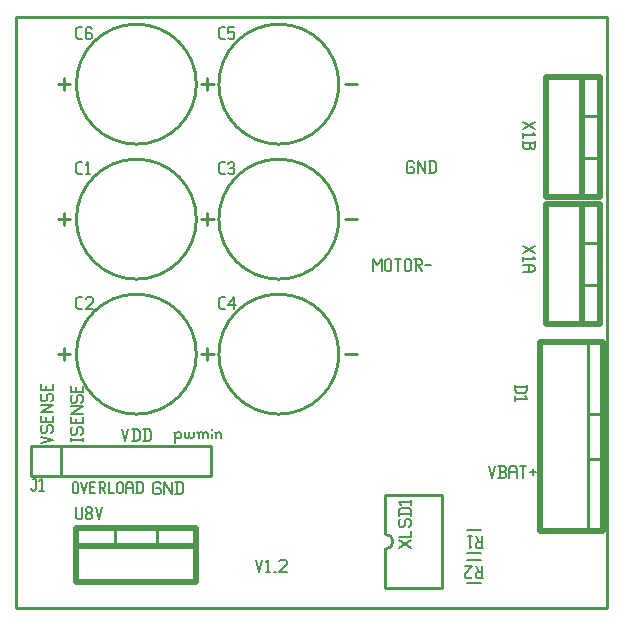
<source format=gbr>
G04 start of page 7 for group -4079 idx -4079 *
G04 Title: Motor regeling, topsilk *
G04 Creator: pcb 20110918 *
G04 CreationDate: Wed 01 Jan 2014 11:15:16 PM GMT UTC *
G04 For: thba *
G04 Format: Gerber/RS-274X *
G04 PCB-Dimensions: 197000 197000 *
G04 PCB-Coordinate-Origin: lower left *
%MOIN*%
%FSLAX25Y25*%
%LNTOPSILK*%
%ADD70C,0.0200*%
%ADD69C,0.0080*%
%ADD68C,0.0100*%
G54D68*X0Y197000D02*X197000D01*
Y0D02*Y197000D01*
Y0D02*X0D01*
Y197000D01*
G54D69*X132143Y148839D02*X132643Y148339D01*
X130643Y148839D02*X132143D01*
X130143Y148339D02*X130643Y148839D01*
X130143Y148339D02*Y145339D01*
X130643Y144839D01*
X132143D01*
X132643Y145339D01*
Y146339D02*Y145339D01*
X132143Y146839D02*X132643Y146339D01*
X131143Y146839D02*X132143D01*
X133843Y148839D02*Y144839D01*
Y148839D02*X136343Y144839D01*
Y148839D02*Y144839D01*
X138043Y148839D02*Y144839D01*
X139343Y148839D02*X140043Y148139D01*
Y145539D01*
X139343Y144839D02*X140043Y145539D01*
X137543Y144839D02*X139343D01*
X137543Y148839D02*X139343D01*
X35360Y59409D02*X36360Y55409D01*
X37360Y59409D01*
X39060D02*Y55409D01*
X40360Y59409D02*X41060Y58709D01*
Y56109D01*
X40360Y55409D02*X41060Y56109D01*
X38560Y55409D02*X40360D01*
X38560Y59409D02*X40360D01*
X42760D02*Y55409D01*
X44060Y59409D02*X44760Y58709D01*
Y56109D01*
X44060Y55409D02*X44760Y56109D01*
X42260Y55409D02*X44060D01*
X42260Y59409D02*X44060D01*
X52958Y57901D02*Y54901D01*
X52458Y58401D02*X52958Y57901D01*
X53458Y58401D01*
X54458D01*
X54958Y57901D01*
Y56901D01*
X54458Y56401D02*X54958Y56901D01*
X53458Y56401D02*X54458D01*
X52958Y56901D02*X53458Y56401D01*
X56158Y58401D02*Y56901D01*
X56658Y56401D01*
X57158D01*
X57658Y56901D01*
Y58401D02*Y56901D01*
X58158Y56401D01*
X58658D01*
X59158Y56901D01*
Y58401D02*Y56901D01*
X60858Y57901D02*Y56401D01*
Y57901D02*X61358Y58401D01*
X61858D01*
X62358Y57901D01*
Y56401D01*
Y57901D02*X62858Y58401D01*
X63358D01*
X63858Y57901D01*
Y56401D01*
X60358Y58401D02*X60858Y57901D01*
X65058Y59401D02*Y59301D01*
Y57901D02*Y56401D01*
X66558Y57901D02*Y56401D01*
Y57901D02*X67058Y58401D01*
X67558D01*
X68058Y57901D01*
Y56401D01*
X66058Y58401D02*X66558Y57901D01*
X8137Y55040D02*X12137Y56040D01*
X8137Y57040D01*
Y60240D02*X8637Y60740D01*
X8137Y60240D02*Y58740D01*
X8637Y58240D02*X8137Y58740D01*
X8637Y58240D02*X9637D01*
X10137Y58740D01*
Y60240D02*Y58740D01*
Y60240D02*X10637Y60740D01*
X11637D01*
X12137Y60240D02*X11637Y60740D01*
X12137Y60240D02*Y58740D01*
X11637Y58240D02*X12137Y58740D01*
X9937Y63440D02*Y61940D01*
X12137Y63940D02*Y61940D01*
X8137D02*X12137D01*
X8137Y63940D02*Y61940D01*
Y65140D02*X12137D01*
X8137D02*X12137Y67640D01*
X8137D02*X12137D01*
X8137Y70840D02*X8637Y71340D01*
X8137Y70840D02*Y69340D01*
X8637Y68840D02*X8137Y69340D01*
X8637Y68840D02*X9637D01*
X10137Y69340D01*
Y70840D02*Y69340D01*
Y70840D02*X10637Y71340D01*
X11637D01*
X12137Y70840D02*X11637Y71340D01*
X12137Y70840D02*Y69340D01*
X11637Y68840D02*X12137Y69340D01*
X9937Y74040D02*Y72540D01*
X12137Y74540D02*Y72540D01*
X8137D02*X12137D01*
X8137Y74540D02*Y72540D01*
X18107Y56505D02*Y55505D01*
Y56005D02*X22107D01*
Y56505D02*Y55505D01*
X18107Y59705D02*X18607Y60205D01*
X18107Y59705D02*Y58205D01*
X18607Y57705D02*X18107Y58205D01*
X18607Y57705D02*X19607D01*
X20107Y58205D01*
Y59705D02*Y58205D01*
Y59705D02*X20607Y60205D01*
X21607D01*
X22107Y59705D02*X21607Y60205D01*
X22107Y59705D02*Y58205D01*
X21607Y57705D02*X22107Y58205D01*
X19907Y62905D02*Y61405D01*
X22107Y63405D02*Y61405D01*
X18107D02*X22107D01*
X18107Y63405D02*Y61405D01*
Y64605D02*X22107D01*
X18107D02*X22107Y67105D01*
X18107D02*X22107D01*
X18107Y70305D02*X18607Y70805D01*
X18107Y70305D02*Y68805D01*
X18607Y68305D02*X18107Y68805D01*
X18607Y68305D02*X19607D01*
X20107Y68805D01*
Y70305D02*Y68805D01*
Y70305D02*X20607Y70805D01*
X21607D01*
X22107Y70305D02*X21607Y70805D01*
X22107Y70305D02*Y68805D01*
X21607Y68305D02*X22107Y68805D01*
X19907Y73505D02*Y72005D01*
X22107Y74005D02*Y72005D01*
X18107D02*X22107D01*
X18107Y74005D02*Y72005D01*
X18781Y41318D02*Y38618D01*
Y41318D02*X19231Y41768D01*
X20131D01*
X20581Y41318D01*
Y38618D01*
X20131Y38168D02*X20581Y38618D01*
X19231Y38168D02*X20131D01*
X18781Y38618D02*X19231Y38168D01*
X21661Y41768D02*X22561Y38168D01*
X23461Y41768D01*
X24541Y40148D02*X25891D01*
X24541Y38168D02*X26341D01*
X24541Y41768D02*Y38168D01*
Y41768D02*X26341D01*
X27421D02*X29221D01*
X29671Y41318D01*
Y40418D01*
X29221Y39968D02*X29671Y40418D01*
X27871Y39968D02*X29221D01*
X27871Y41768D02*Y38168D01*
X28591Y39968D02*X29671Y38168D01*
X30751Y41768D02*Y38168D01*
X32551D01*
X33631Y41318D02*Y38618D01*
Y41318D02*X34081Y41768D01*
X34981D01*
X35431Y41318D01*
Y38618D01*
X34981Y38168D02*X35431Y38618D01*
X34081Y38168D02*X34981D01*
X33631Y38618D02*X34081Y38168D01*
X36511Y40868D02*Y38168D01*
Y40868D02*X37141Y41768D01*
X38131D01*
X38761Y40868D01*
Y38168D01*
X36511Y39968D02*X38761D01*
X40291Y41768D02*Y38168D01*
X41461Y41768D02*X42091Y41138D01*
Y38798D01*
X41461Y38168D02*X42091Y38798D01*
X39841Y38168D02*X41461D01*
X39841Y41768D02*X41461D01*
X47627Y41852D02*X48127Y41352D01*
X46127Y41852D02*X47627D01*
X45627Y41352D02*X46127Y41852D01*
X45627Y41352D02*Y38352D01*
X46127Y37852D01*
X47627D01*
X48127Y38352D01*
Y39352D02*Y38352D01*
X47627Y39852D02*X48127Y39352D01*
X46627Y39852D02*X47627D01*
X49327Y41852D02*Y37852D01*
Y41852D02*X51827Y37852D01*
Y41852D02*Y37852D01*
X53527Y41852D02*Y37852D01*
X54827Y41852D02*X55527Y41152D01*
Y38552D01*
X54827Y37852D02*X55527Y38552D01*
X53027Y37852D02*X54827D01*
X53027Y41852D02*X54827D01*
X157404Y47160D02*X158404Y43160D01*
X159404Y47160D01*
X160604Y43160D02*X162604D01*
X163104Y43660D01*
Y44860D02*Y43660D01*
X162604Y45360D02*X163104Y44860D01*
X161104Y45360D02*X162604D01*
X161104Y47160D02*Y43160D01*
X160604Y47160D02*X162604D01*
X163104Y46660D01*
Y45860D01*
X162604Y45360D02*X163104Y45860D01*
X164304Y46160D02*Y43160D01*
Y46160D02*X165004Y47160D01*
X166104D01*
X166804Y46160D01*
Y43160D01*
X164304Y45160D02*X166804D01*
X168004Y47160D02*X170004D01*
X169004D02*Y43160D01*
X171204Y45160D02*X173204D01*
X172204Y46160D02*Y44160D01*
X118809Y116057D02*Y112057D01*
Y116057D02*X120309Y114057D01*
X121809Y116057D01*
Y112057D01*
X123009Y115557D02*Y112557D01*
Y115557D02*X123509Y116057D01*
X124509D01*
X125009Y115557D01*
Y112557D01*
X124509Y112057D02*X125009Y112557D01*
X123509Y112057D02*X124509D01*
X123009Y112557D02*X123509Y112057D01*
X126209Y116057D02*X128209D01*
X127209D02*Y112057D01*
X129409Y115557D02*Y112557D01*
Y115557D02*X129909Y116057D01*
X130909D01*
X131409Y115557D01*
Y112557D01*
X130909Y112057D02*X131409Y112557D01*
X129909Y112057D02*X130909D01*
X129409Y112557D02*X129909Y112057D01*
X132609Y116057D02*X134609D01*
X135109Y115557D01*
Y114557D01*
X134609Y114057D02*X135109Y114557D01*
X133109Y114057D02*X134609D01*
X133109Y116057D02*Y112057D01*
X133909Y114057D02*X135109Y112057D01*
X136309Y114057D02*X138309D01*
X80000Y16000D02*X81000Y12000D01*
X82000Y16000D01*
X83200Y15200D02*X84000Y16000D01*
Y12000D01*
X83200D02*X84700D01*
X85900D02*X86400D01*
X87600Y15500D02*X88100Y16000D01*
X89600D01*
X90100Y15500D01*
Y14500D01*
X87600Y12000D02*X90100Y14500D01*
X87600Y12000D02*X90100D01*
X150138Y8260D02*X154862D01*
X150138Y15740D02*X154862D01*
X150138Y18260D02*X154862D01*
X150138Y25740D02*X154862D01*
G54D70*X174500Y88500D02*X195500D01*
X174500D02*Y25500D01*
X195500D01*
Y88500D02*Y25500D01*
G54D68*X190500Y88500D02*Y25500D01*
Y64500D02*X195500D01*
X190500Y49500D02*X195500D01*
X123000Y6500D02*X142000D01*
Y37500D01*
X123000D02*X142000D01*
X123000Y6500D02*Y19500D01*
Y24500D02*Y37500D01*
Y19500D02*G75*G03X123000Y24500I0J2500D01*G01*
G54D70*X194500Y134500D02*Y94500D01*
X176500D02*X194500D01*
X176500Y134500D02*Y94500D01*
Y134500D02*X194500D01*
Y94500D01*
X188500D02*X194500D01*
X188500Y134500D02*Y94500D01*
Y134500D02*X194500D01*
G54D68*X188500Y121500D02*X194500D01*
X188500Y107500D02*X194500D01*
G54D70*Y177000D02*Y137000D01*
X176500D02*X194500D01*
X176500Y177000D02*Y137000D01*
Y177000D02*X194500D01*
Y137000D01*
X188500D02*X194500D01*
X188500Y177000D02*Y137000D01*
Y177000D02*X194500D01*
G54D68*X188500Y164000D02*X194500D01*
X188500Y150000D02*X194500D01*
G54D70*X20000Y26500D02*X60000D01*
Y8500D01*
X20000D01*
Y26500D01*
X60000D01*
Y20500D01*
X20000D01*
Y26500D01*
G54D68*X33000D02*Y20500D01*
X47000Y26500D02*Y20500D01*
X5000Y44000D02*X65000D01*
Y54000D02*Y44000D01*
X5000Y54000D02*X65000D01*
X5000D02*Y44000D01*
X15000Y54000D02*Y44000D01*
X5000Y54000D02*X15000D01*
X61500Y129500D02*X65500D01*
X63500Y131500D02*Y127500D01*
X109500Y129500D02*X113500D01*
X67500D02*G75*G03X67500Y129500I20000J0D01*G01*
X61500Y84500D02*X65500D01*
X63500Y86500D02*Y82500D01*
X109500Y84500D02*X113500D01*
X67500D02*G75*G03X67500Y84500I20000J0D01*G01*
X61500Y174500D02*X65500D01*
X63500Y176500D02*Y172500D01*
X109500Y174500D02*X113500D01*
X67500D02*G75*G03X67500Y174500I20000J0D01*G01*
X14000Y174500D02*X18000D01*
X16000Y176500D02*Y172500D01*
X62000Y174500D02*X66000D01*
X20000D02*G75*G03X20000Y174500I20000J0D01*G01*
X14000Y129500D02*X18000D01*
X16000Y131500D02*Y127500D01*
X62000Y129500D02*X66000D01*
X20000D02*G75*G03X20000Y129500I20000J0D01*G01*
X14000Y84500D02*X18000D01*
X16000Y86500D02*Y82500D01*
X62000Y84500D02*X66000D01*
X20000D02*G75*G03X20000Y84500I20000J0D01*G01*
G54D69*X153650Y9850D02*X155650D01*
X153650D02*X153150Y10350D01*
Y11350D02*Y10350D01*
X153650Y11850D02*X153150Y11350D01*
X153650Y11850D02*X155150D01*
Y13850D02*Y9850D01*
X154350Y11850D02*X153150Y13850D01*
X151950Y10350D02*X151450Y9850D01*
X149950D02*X151450D01*
X149950D02*X149450Y10350D01*
Y11350D02*Y10350D01*
X151950Y13850D02*X149450Y11350D01*
Y13850D02*X151950D01*
X169023Y120629D02*X173023Y118129D01*
Y120629D02*X169023Y118129D01*
X172223Y116929D02*X173023Y116129D01*
X169023D02*X173023D01*
X169023Y116929D02*Y115429D01*
Y114229D02*X172023D01*
X173023Y113529D01*
Y112429D01*
X172023Y111729D01*
X169023D02*X172023D01*
X171023Y114229D02*Y111729D01*
X169023Y161905D02*X173023Y159405D01*
Y161905D02*X169023Y159405D01*
X172223Y158205D02*X173023Y157405D01*
X169023D02*X173023D01*
X169023Y158205D02*Y156705D01*
Y155505D02*Y153505D01*
X169523Y153005D01*
X170723D01*
X171223Y153505D02*X170723Y153005D01*
X171223Y155005D02*Y153505D01*
X169023Y155005D02*X173023D01*
Y155505D02*Y153505D01*
X172523Y153005D01*
X171723D02*X172523D01*
X171223Y153505D02*X171723Y153005D01*
X166203Y73691D02*X170203D01*
Y72391D02*X169503Y71691D01*
X166903D02*X169503D01*
X166203Y72391D02*X166903Y71691D01*
X166203Y74191D02*Y72391D01*
X170203Y74191D02*Y72391D01*
X169403Y70491D02*X170203Y69691D01*
X166203D02*X170203D01*
X166203Y70491D02*Y68991D01*
X153650Y19850D02*X155650D01*
X153650D02*X153150Y20350D01*
Y21350D02*Y20350D01*
X153650Y21850D02*X153150Y21350D01*
X153650Y21850D02*X155150D01*
Y23850D02*Y19850D01*
X154350Y21850D02*X153150Y23850D01*
X151950Y20650D02*X151150Y19850D01*
Y23850D02*Y19850D01*
X150450Y23850D02*X151950D01*
X131500Y20000D02*X127500Y22500D01*
Y20000D02*X131500Y22500D01*
X127500Y23700D02*X131500D01*
Y25700D02*Y23700D01*
X127500Y28900D02*X128000Y29400D01*
X127500Y28900D02*Y27400D01*
X128000Y26900D02*X127500Y27400D01*
X128000Y26900D02*X129000D01*
X129500Y27400D01*
Y28900D02*Y27400D01*
Y28900D02*X130000Y29400D01*
X131000D01*
X131500Y28900D02*X131000Y29400D01*
X131500Y28900D02*Y27400D01*
X131000Y26900D02*X131500Y27400D01*
X127500Y31100D02*X131500D01*
X127500Y32400D02*X128200Y33100D01*
X130800D01*
X131500Y32400D02*X130800Y33100D01*
X131500Y32400D02*Y30600D01*
X127500Y32400D02*Y30600D01*
X128300Y34300D02*X127500Y35100D01*
X131500D01*
Y35800D02*Y34300D01*
X20700Y189500D02*X22000D01*
X20000Y190200D02*X20700Y189500D01*
X20000Y192800D02*Y190200D01*
Y192800D02*X20700Y193500D01*
X22000D01*
X24700D02*X25200Y193000D01*
X23700Y193500D02*X24700D01*
X23200Y193000D02*X23700Y193500D01*
X23200Y193000D02*Y190000D01*
X23700Y189500D01*
X24700Y191700D02*X25200Y191200D01*
X23200Y191700D02*X24700D01*
X23700Y189500D02*X24700D01*
X25200Y190000D01*
Y191200D02*Y190000D01*
X68200Y144500D02*X69500D01*
X67500Y145200D02*X68200Y144500D01*
X67500Y147800D02*Y145200D01*
Y147800D02*X68200Y148500D01*
X69500D01*
X70700Y148000D02*X71200Y148500D01*
X72200D01*
X72700Y148000D01*
X72200Y144500D02*X72700Y145000D01*
X71200Y144500D02*X72200D01*
X70700Y145000D02*X71200Y144500D01*
Y146700D02*X72200D01*
X72700Y148000D02*Y147200D01*
Y146200D02*Y145000D01*
Y146200D02*X72200Y146700D01*
X72700Y147200D02*X72200Y146700D01*
X68200Y99500D02*X69500D01*
X67500Y100200D02*X68200Y99500D01*
X67500Y102800D02*Y100200D01*
Y102800D02*X68200Y103500D01*
X69500D01*
X70700Y101000D02*X72700Y103500D01*
X70700Y101000D02*X73200D01*
X72700Y103500D02*Y99500D01*
X20700Y144500D02*X22000D01*
X20000Y145200D02*X20700Y144500D01*
X20000Y147800D02*Y145200D01*
Y147800D02*X20700Y148500D01*
X22000D01*
X23200Y147700D02*X24000Y148500D01*
Y144500D01*
X23200D02*X24700D01*
X20700Y99500D02*X22000D01*
X20000Y100200D02*X20700Y99500D01*
X20000Y102800D02*Y100200D01*
Y102800D02*X20700Y103500D01*
X22000D01*
X23200Y103000D02*X23700Y103500D01*
X25200D01*
X25700Y103000D01*
Y102000D01*
X23200Y99500D02*X25700Y102000D01*
X23200Y99500D02*X25700D01*
X68200Y189500D02*X69500D01*
X67500Y190200D02*X68200Y189500D01*
X67500Y192800D02*Y190200D01*
Y192800D02*X68200Y193500D01*
X69500D01*
X70700D02*X72700D01*
X70700D02*Y191500D01*
X71200Y192000D01*
X72200D01*
X72700Y191500D01*
Y190000D01*
X72200Y189500D02*X72700Y190000D01*
X71200Y189500D02*X72200D01*
X70700Y190000D02*X71200Y189500D01*
X20000Y33500D02*Y30000D01*
X20500Y29500D01*
X21500D01*
X22000Y30000D01*
Y33500D02*Y30000D01*
X23200D02*X23700Y29500D01*
X23200Y30800D02*Y30000D01*
Y30800D02*X23900Y31500D01*
X24500D01*
X25200Y30800D01*
Y30000D01*
X24700Y29500D02*X25200Y30000D01*
X23700Y29500D02*X24700D01*
X23200Y32200D02*X23900Y31500D01*
X23200Y33000D02*Y32200D01*
Y33000D02*X23700Y33500D01*
X24700D01*
X25200Y33000D01*
Y32200D01*
X24500Y31500D02*X25200Y32200D01*
X26400Y33500D02*X27400Y29500D01*
X28400Y33500D01*
X5700Y43000D02*X6500D01*
Y39500D01*
X6000Y39000D02*X6500Y39500D01*
X5500Y39000D02*X6000D01*
X5000Y39500D02*X5500Y39000D01*
X5000Y40000D02*Y39500D01*
X7700Y42200D02*X8500Y43000D01*
Y39000D01*
X7700D02*X9200D01*
M02*

</source>
